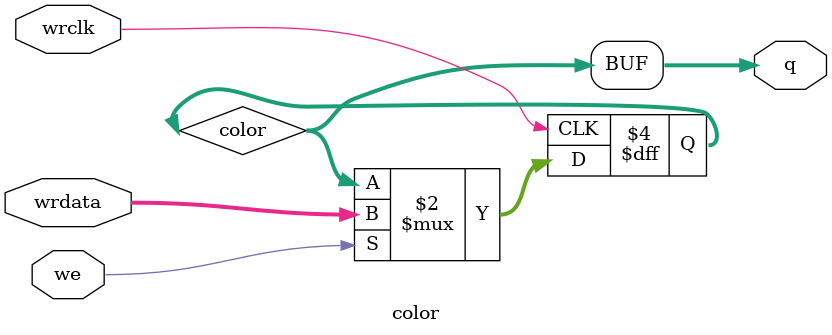
<source format=v>
module color (
input we,
input wrclk,
input [3:0] wrdata,
output [3:0] q
);
reg [3:0] color;
always @ (posedge wrclk) begin
	if(we) 
		color<=wrdata;
end
assign q=color;
endmodule
</source>
